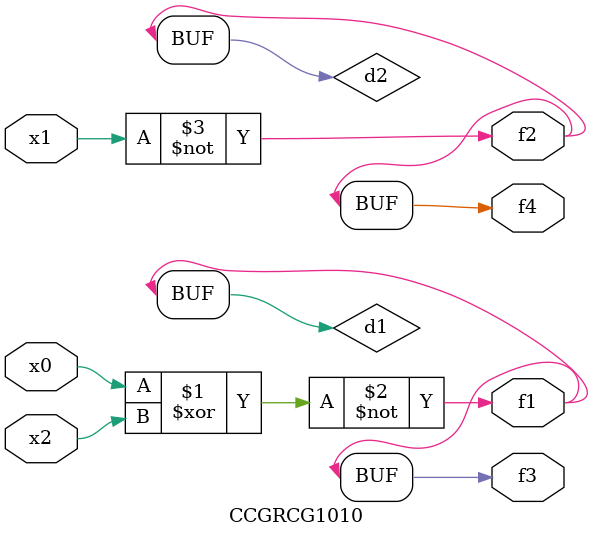
<source format=v>
module CCGRCG1010(
	input x0, x1, x2,
	output f1, f2, f3, f4
);

	wire d1, d2, d3;

	xnor (d1, x0, x2);
	nand (d2, x1);
	nor (d3, x1, x2);
	assign f1 = d1;
	assign f2 = d2;
	assign f3 = d1;
	assign f4 = d2;
endmodule

</source>
